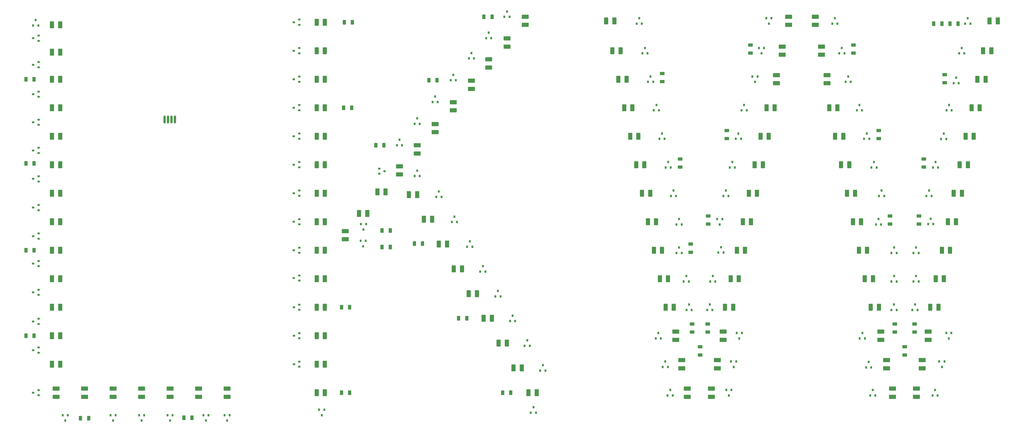
<source format=gtp>
%FSTAX44Y44*%
%MOMM*%
%SFA1B1*%

%IPPOS*%
%AMD10*
4,1,8,-0.599440,-1.275080,0.599440,-1.275080,0.723900,-1.150620,0.723900,1.150620,0.599440,1.275080,-0.599440,1.275080,-0.723900,1.150620,-0.723900,-1.150620,-0.599440,-1.275080,0.0*
1,1,0.250000,-0.599440,-1.150620*
1,1,0.250000,0.599440,-1.150620*
1,1,0.250000,0.599440,1.150620*
1,1,0.250000,-0.599440,1.150620*
%
%AMD11*
4,1,8,-0.873760,0.459740,-0.873760,-0.459740,-0.784860,-0.551180,0.784860,-0.551180,0.873760,-0.459740,0.873760,0.459740,0.784860,0.551180,-0.784860,0.551180,-0.873760,0.459740,0.0*
1,1,0.180000,-0.784860,0.459740*
1,1,0.180000,-0.784860,-0.459740*
1,1,0.180000,0.784860,-0.459740*
1,1,0.180000,0.784860,0.459740*
%
%AMD12*
4,1,8,-1.275080,0.599440,-1.275080,-0.599440,-1.150620,-0.723900,1.150620,-0.723900,1.275080,-0.599440,1.275080,0.599440,1.150620,0.723900,-1.150620,0.723900,-1.275080,0.599440,0.0*
1,1,0.250000,-1.150620,0.599440*
1,1,0.250000,-1.150620,-0.599440*
1,1,0.250000,1.150620,-0.599440*
1,1,0.250000,1.150620,0.599440*
%
%AMD13*
4,1,8,0.299720,0.424180,-0.299720,0.424180,-0.375920,0.350520,-0.375920,-0.350520,-0.299720,-0.424180,0.299720,-0.424180,0.375920,-0.350520,0.375920,0.350520,0.299720,0.424180,0.0*
1,1,0.150000,0.299720,0.350520*
1,1,0.150000,-0.299720,0.350520*
1,1,0.150000,-0.299720,-0.350520*
1,1,0.150000,0.299720,-0.350520*
%
%AMD14*
4,1,8,-0.424180,0.299720,-0.424180,-0.299720,-0.350520,-0.375920,0.350520,-0.375920,0.424180,-0.299720,0.424180,0.299720,0.350520,0.375920,-0.350520,0.375920,-0.424180,0.299720,0.0*
1,1,0.150000,-0.350520,0.299720*
1,1,0.150000,-0.350520,-0.299720*
1,1,0.150000,0.350520,-0.299720*
1,1,0.150000,0.350520,0.299720*
%
%AMD15*
4,1,8,0.459740,0.873760,-0.459740,0.873760,-0.551180,0.784860,-0.551180,-0.784860,-0.459740,-0.873760,0.459740,-0.873760,0.551180,-0.784860,0.551180,0.784860,0.459740,0.873760,0.0*
1,1,0.180000,0.459740,0.784860*
1,1,0.180000,-0.459740,0.784860*
1,1,0.180000,-0.459740,-0.784860*
1,1,0.180000,0.459740,-0.784860*
%
G04~CAMADD=10~8~0.0~0.0~570.9~1003.9~49.2~0.0~15~0.0~0.0~0.0~0.0~0~0.0~0.0~0.0~0.0~0~0.0~0.0~0.0~180.0~570.0~1004.0*
%ADD10D10*%
G04~CAMADD=11~8~0.0~0.0~433.1~689.0~35.4~0.0~15~0.0~0.0~0.0~0.0~0~0.0~0.0~0.0~0.0~0~0.0~0.0~0.0~90.0~690.0~433.0*
%ADD11D11*%
G04~CAMADD=12~8~0.0~0.0~570.9~1003.9~49.2~0.0~15~0.0~0.0~0.0~0.0~0~0.0~0.0~0.0~0.0~0~0.0~0.0~0.0~90.0~1004.0~570.0*
%ADD12D12*%
G04~CAMADD=13~8~0.0~0.0~295.3~334.6~29.5~0.0~15~0.0~0.0~0.0~0.0~0~0.0~0.0~0.0~0.0~0~0.0~0.0~0.0~0.0~295.3~334.6*
%ADD13D13*%
G04~CAMADD=14~8~0.0~0.0~295.3~334.6~29.5~0.0~15~0.0~0.0~0.0~0.0~0~0.0~0.0~0.0~0.0~0~0.0~0.0~0.0~90.0~336.0~295.0*
%ADD14D14*%
G04~CAMADD=15~8~0.0~0.0~433.1~689.0~35.4~0.0~15~0.0~0.0~0.0~0.0~0~0.0~0.0~0.0~0.0~0~0.0~0.0~0.0~0.0~433.1~689.0*
%ADD15D15*%
%ADD16O,0.859998X2.899994*%
%LNled_pd_lkw_wh_3000030_(4f00221l_7p00491a)-1*%
%LPD*%
G54D10*
X03633564Y0162027D03*
X03663564D03*
X03610001Y0151027D03*
X03640001D03*
X0358886Y01405272D03*
X0361886D03*
X03567029Y01300271D03*
X03597029D03*
X03545197Y0119527D03*
X03575198D03*
X03523366Y01090271D03*
X03553366D03*
X03479704Y00880272D03*
X03509704D03*
X03457872Y00775271D03*
X03487873D03*
X03435Y00670269D03*
X03465D03*
X03415Y00565271D03*
X03445D03*
X02702873Y00775271D03*
X02732873D03*
X0268Y00670269D03*
X0271D03*
X02659207Y00565271D03*
X02689207D03*
X01341232Y00910272D03*
X01311232D03*
X01378479Y00990271D03*
X01408479D03*
X01855Y00432769D03*
X01825D03*
X01689999Y0070652D03*
X01659999D03*
X01525001Y00980271D03*
X01495001D03*
X01154999Y01405272D03*
X01184999D03*
X01154999Y01090271D03*
X01184999D03*
X01155002Y00880272D03*
X01185002D03*
X01154999Y00670269D03*
X01184999D03*
X01154999Y00355271D03*
X01184999D03*
X0021D03*
X0018D03*
X0021Y00670269D03*
X0018D03*
X0021Y0098527D03*
X0018D03*
X0021Y01300271D03*
X0018D03*
X0021Y01605271D03*
X0018D03*
X01909999Y0034152D03*
X01879999D03*
X01745001Y00615271D03*
X01715001D03*
X0158Y00889022D03*
X0155D03*
X01155002Y0151027D03*
X01185002D03*
X01154999Y0119527D03*
X01184999D03*
X01154999Y0098527D03*
X01184999D03*
X01154999Y00775271D03*
X01184999D03*
X01154999Y0046027D03*
X01184999D03*
X0021Y00565271D03*
X0018D03*
X0021Y00880272D03*
X0018D03*
X0021Y0119527D03*
X0018D03*
X0021Y01505272D03*
X0018D03*
X01965Y0025027D03*
X01935D03*
X01799999Y00524021D03*
X01769999D03*
X01635001Y0079777D03*
X01605001D03*
X01154999Y01615271D03*
X01184999D03*
X01154999Y01300271D03*
X01184999D03*
X01154999Y00565271D03*
X01184999D03*
X01154999Y0025027D03*
X01184999D03*
X0021Y0046027D03*
X0018D03*
X0021Y00775271D03*
X0018D03*
X0021Y01090271D03*
X0018D03*
X0021Y01405272D03*
X0018D03*
X0315213Y00775271D03*
X0318213D03*
X03086634Y01090271D03*
X03116634D03*
X02842029Y01300271D03*
X02812029D03*
X02776535Y0098527D03*
X02746535D03*
X02418959Y00670269D03*
X02448959D03*
X02353465Y0098527D03*
X02383465D03*
X02287971Y01300271D03*
X02317971D03*
X02221436Y0162027D03*
X02251436D03*
X03531535Y0098527D03*
X03501535D03*
X03173961Y00670269D03*
X03203961D03*
X03108465Y0098527D03*
X03138465D03*
X03042971Y01300271D03*
X03072971D03*
X02798367Y01090271D03*
X02768367D03*
X0244Y00565271D03*
X0247D03*
X02375002Y00880272D03*
X02405002D03*
X02309803Y0119527D03*
X02339803D03*
X02244306Y0151027D03*
X02274306D03*
X03195793Y00565271D03*
X03225793D03*
X03130296Y00880272D03*
X03160296D03*
X03064802Y0119527D03*
X03094802D03*
X0282D03*
X0279D03*
X02724704Y00880272D03*
X02754704D03*
X02397128Y00775271D03*
X02427128D03*
X02331634Y01090271D03*
X02361634D03*
X0226614Y01405272D03*
X0229614D03*
G54D11*
X03468113Y01421959D03*
Y01391958D03*
X03391499Y01111499D03*
Y01081499D03*
X03357598Y00503249D03*
Y00473249D03*
X03373337Y00901522D03*
Y00871522D03*
X03266502Y00901522D03*
Y00871522D03*
X03225121Y01216499D03*
Y01186499D03*
X03132193Y0153152D03*
Y01501521D03*
X02753145Y01501499D03*
Y01531499D03*
X02665249Y01216499D03*
Y01186499D03*
X02596999Y00871499D03*
Y00901499D03*
X03320551Y00389249D03*
Y00419249D03*
X03284249Y00503249D03*
Y00473249D03*
X02595249D03*
Y00503249D03*
X02567499Y00389249D03*
Y00419249D03*
X02538128Y0047352D03*
Y0050352D03*
X02532948Y00767499D03*
Y00797499D03*
X02493455Y01081521D03*
Y01111521D03*
X02427499Y01396499D03*
Y01426499D03*
G54D12*
X03407376Y0047527D03*
Y0044527D03*
X01788499Y01478499D03*
Y01448499D03*
X01591014Y0124027D03*
Y0121027D03*
X0072Y0026527D03*
Y0023527D03*
X00404999Y0026527D03*
Y0023527D03*
X01855797Y0155527D03*
Y0152527D03*
X01658261Y01320269D03*
Y01290269D03*
X01460001Y01084407D03*
Y01054407D03*
X00825001Y0026527D03*
Y0023527D03*
X0051Y0026527D03*
Y0023527D03*
X00195Y0026527D03*
Y0023527D03*
X01923043Y0163527D03*
Y0160527D03*
X01724999Y01399667D03*
Y01369667D03*
X01525Y01161735D03*
Y01131735D03*
X01259999Y00815269D03*
Y00845269D03*
X00614999Y0026527D03*
Y0023527D03*
X00300001Y0026527D03*
Y0023527D03*
X03363713Y0026527D03*
Y0023527D03*
X03232624Y0047527D03*
Y0044527D03*
X03034999Y01420272D03*
Y01390272D03*
X02893564Y0160527D03*
Y0163527D03*
X02630545Y00340271D03*
Y00370271D03*
X02499455D03*
Y00340271D03*
X03385545D03*
Y00370271D03*
X03254455D03*
Y00340271D03*
X02991436Y0163527D03*
Y0160527D03*
X02848864Y01390272D03*
Y01420272D03*
X02652376Y0044527D03*
Y0047527D03*
X02520002Y0026527D03*
Y0023527D03*
X03276287Y0026527D03*
Y0023527D03*
X03014306Y0152527D03*
Y0149527D03*
X02870001D03*
Y0152527D03*
X02608714Y0023527D03*
Y0026527D03*
X02477624Y0047527D03*
Y0044527D03*
G54D13*
X03224475Y00890272D03*
X03233975Y00870272D03*
X03214975D03*
X01724999Y01501742D03*
X01734499Y01481742D03*
X01715499D03*
X01327283Y00851553D03*
X01317783Y00871553D03*
X01336783D03*
X01326233Y00789519D03*
X01316733Y00809519D03*
X01335733D03*
X00119998Y01623499D03*
X00129498Y01603499D03*
X00110498D03*
X02613748Y00680249D03*
X02623248Y00660249D03*
X02604248D03*
X01524999Y01261031D03*
X01534499Y01241031D03*
X01515499D03*
X01920847Y00422769D03*
X01939847D03*
X01930347Y00442769D03*
X01757435Y0069652D03*
X01776435D03*
X01766935Y0071652D03*
X01595485Y00971756D03*
X01614485D03*
X01604985Y00991756D03*
X00756668Y00167499D03*
X00737669D03*
X00747168Y00147499D03*
X004145Y00167499D03*
X003955D03*
X00405Y00147499D03*
X01978376Y0033152D03*
X01997376D03*
X01987876Y0035152D03*
X01813135Y00605271D03*
X01832135D03*
X01822635Y00625271D03*
X01652906Y00879022D03*
X01671906D03*
X01662406Y00899022D03*
X01778998Y01556539D03*
X01797998D03*
X01788498Y01576539D03*
X01581513Y01321292D03*
X01600514D03*
X01591014Y01341292D03*
X01515499Y01048181D03*
X01534499D03*
X01524999Y01068181D03*
X00834502Y00167499D03*
X00815502D03*
X00825002Y00147499D03*
X00519501Y00167499D03*
X00500501D03*
X00510001Y00147499D03*
X01943768Y00176811D03*
X01962768D03*
X01953268Y00196811D03*
X01867047Y00514021D03*
X01886048D03*
X01876547Y00534021D03*
X01709248Y0078777D03*
X01728248D03*
X01718748Y0080777D03*
X01846296Y01635017D03*
X01865296D03*
X01855796Y01655017D03*
X0164876Y01401307D03*
X0166776D03*
X0165826Y01421307D03*
X01450498Y01162249D03*
X01469498D03*
X01459998Y01182249D03*
X01183Y00187249D03*
X01164D03*
X011735Y00167249D03*
X006245Y00167499D03*
X006055D03*
X00615Y00147499D03*
X002385Y00167499D03*
X002195D03*
X00229Y00147499D03*
X03521246Y0150027D03*
X03540246D03*
X03530746Y0152027D03*
X03454998Y01185249D03*
X03473998D03*
X03464498Y01205249D03*
X03406998Y00871249D03*
X03425998D03*
X03416498Y00891249D03*
X03349119Y00555271D03*
X03368119D03*
X0335862Y00575271D03*
X03423174Y0024027D03*
X03442175D03*
X03432674Y0026027D03*
X03155248Y00450249D03*
X03174248D03*
X03164748Y00470249D03*
X03272089Y00765271D03*
X03291088D03*
X03281588Y00785271D03*
X0319829Y01080271D03*
X03217291D03*
X0320779Y01100271D03*
X03103196Y01395272D03*
X03122196D03*
X03112696Y01415272D03*
X02830091Y0163027D03*
X02811092D03*
X02820591Y0161027D03*
X02719954Y01290271D03*
X02738953D03*
X02729454Y01310271D03*
X02652745Y0097527D03*
X02671745D03*
X02662245Y0099527D03*
X0270013Y00365271D03*
X0268113D03*
X0269063Y00345271D03*
X02429534D03*
X02448534D03*
X02439035Y00365271D03*
X02506748Y00660249D03*
X02525748D03*
X02516248Y00680249D03*
X02459901Y0097527D03*
X02478901D03*
X02469401Y0099527D03*
X02396678Y01290271D03*
X02415678D03*
X02406178Y01310271D03*
X02333693Y0161027D03*
X02352693D03*
X02343193Y0163027D03*
X03543808Y0161027D03*
X03562807D03*
X03553306Y0163027D03*
X03474954Y01290271D03*
X03493954D03*
X03484454Y01310271D03*
X03400806Y0097527D03*
X03419806D03*
X03410305Y0099527D03*
X03353292Y00660269D03*
X03372291D03*
X03362792Y00680269D03*
X03467239Y00365271D03*
X03448239D03*
X03457739Y00345271D03*
X03178498Y00343499D03*
X03197498D03*
X03187998Y00363499D03*
X03272089Y00660269D03*
X03291088D03*
X03281588Y00680269D03*
X03226203Y0097527D03*
X03245203D03*
X03235703Y0099527D03*
X03144633Y01290271D03*
X03163633D03*
X03154133Y01310271D03*
X03053855Y0161027D03*
X03072855D03*
X03063355Y0163027D03*
X0277895Y01415272D03*
X0275995D03*
X0276945Y01395272D03*
X02676248Y01080249D03*
X02695248D03*
X02685748Y01100249D03*
X02634658Y00766249D03*
X02653657D03*
X02644158Y00786249D03*
X02721176Y0047027D03*
X02702176D03*
X02711677Y0045027D03*
X02447412Y0024027D03*
X02466412D03*
X02456912Y0026027D03*
X02517248Y00555249D03*
X02536248D03*
X02526748Y00575249D03*
X02480362Y00870272D03*
X02499362D03*
X02489862Y00890272D03*
X02417179Y0118527D03*
X02436179D03*
X02426679Y0120527D03*
X02354784Y0150027D03*
X02373784D03*
X02364284Y0152027D03*
X03501068Y01390708D03*
X03520068D03*
X03510568Y01410708D03*
X03424686Y01080271D03*
X03443686D03*
X03434186Y01100271D03*
X03353292Y00765271D03*
X03372291D03*
X03362792Y00785271D03*
X03492928Y0047027D03*
X03473928D03*
X03483428Y0045027D03*
X03193954Y0024027D03*
X03212954D03*
X03203454Y0026027D03*
X03271998Y00555249D03*
X03290998D03*
X03281498Y00575249D03*
X03171452Y0118527D03*
X03190452D03*
X03180952Y0120527D03*
X03079777Y0150027D03*
X03098777D03*
X03089277Y0152027D03*
X0280275Y01520249D03*
X0278375D03*
X0279325Y01500249D03*
X02698686Y0118527D03*
X02717686D03*
X02708186Y0120527D03*
X02649206Y00890272D03*
X02630205D03*
X02639705Y00870272D03*
X02593248Y00555249D03*
X02612248D03*
X02602748Y00575249D03*
X02682524Y0026027D03*
X02663524D03*
X02673024Y0024027D03*
X02403931Y0045027D03*
X02422931D03*
X02413431Y0047027D03*
X02480362Y00765249D03*
X02499362D03*
X02489862Y00785249D03*
X02440354Y01080271D03*
X02459355D03*
X02449854Y01100271D03*
X02375285Y01395272D03*
X02394285D03*
X02384785Y01415272D03*
G54D14*
X01071018Y0035527D03*
X01091018Y0036477D03*
Y0034577D03*
X01385249Y01075749D03*
Y01056749D03*
X01405249Y01066249D03*
X01090811Y01395771D03*
Y01414771D03*
X01070811Y01405271D03*
X01090811Y0108077D03*
Y0109977D03*
X01070811Y0109027D03*
X01090811Y00870771D03*
Y00889771D03*
X01070811Y00880271D03*
X01090811Y00663295D03*
Y00682295D03*
X01070811Y00672795D03*
X00130328Y00397561D03*
Y00416561D03*
X00110328Y00407061D03*
X00130328Y0071624D03*
Y0073524D03*
X00110328Y0072574D03*
X00130328Y01028608D03*
Y01047608D03*
X00110328Y01038109D03*
X00130328Y01340211D03*
Y01359211D03*
X00110328Y01349711D03*
X01090811Y0150077D03*
Y0151977D03*
X01070811Y0151027D03*
X01090811Y01185769D03*
Y01204769D03*
X01070811Y01195269D03*
X01090811Y00975769D03*
Y00994769D03*
X01070811Y00985269D03*
X01090811Y0076577D03*
Y0078477D03*
X01070811Y0077527D03*
X01091018Y00450769D03*
Y00469769D03*
X01071018Y00460269D03*
X00130328Y00240769D03*
Y00259769D03*
X00110328Y00250269D03*
X00130328Y00610389D03*
Y00629389D03*
X00110328Y00619889D03*
X00130328Y00922759D03*
Y00941759D03*
X00110328Y00932259D03*
X00130328Y01236996D03*
Y01255996D03*
X00110328Y01246496D03*
X00130328Y01546694D03*
Y01565694D03*
X00110328Y01556194D03*
X01090811Y0160577D03*
Y01624771D03*
X01070811Y0161527D03*
X01090811Y0129077D03*
Y0130977D03*
X01070811Y0130027D03*
X01091018Y0055577D03*
Y0057477D03*
X01071018Y0056527D03*
X00130328Y00503342D03*
Y00522342D03*
X00110328Y00512842D03*
X00130328Y00817475D03*
Y00836476D03*
X00110328Y00826975D03*
X00130328Y01133326D03*
Y01152326D03*
X00110328Y01142826D03*
X00130328Y01449157D03*
Y01468157D03*
X00110328Y01458657D03*
G54D15*
X00315001Y00156486D03*
X00285001D03*
X00695665Y00157499D03*
X00665665D03*
X01869999Y00250249D03*
X01839999D03*
X01707823Y00524021D03*
X01677823D03*
X0154472Y00799519D03*
X0151472D03*
X01800749Y01635499D03*
X01770749D03*
X01597999Y01401499D03*
X01567999D03*
X01402749Y01161999D03*
X01372749D03*
X01256665Y01615271D03*
X01286665D03*
X01254261Y01300271D03*
X01284261D03*
X01395749Y00847792D03*
X01425749D03*
X01395749Y00786999D03*
X01425749D03*
X0124642Y00565271D03*
X0127642D03*
X01246419Y0025027D03*
X01276419D03*
X00113789Y0046027D03*
X00083789D03*
X00113789Y00775271D03*
X00083789D03*
X00113789Y01094719D03*
X00083789D03*
X00113785Y01405272D03*
X00083785D03*
X03517749Y0161027D03*
X03487749D03*
X03457894D03*
X03427894D03*
G54D16*
X00594349Y01257199D03*
X00607049D03*
X00632449D03*
X00619749D03*
M02*
</source>
